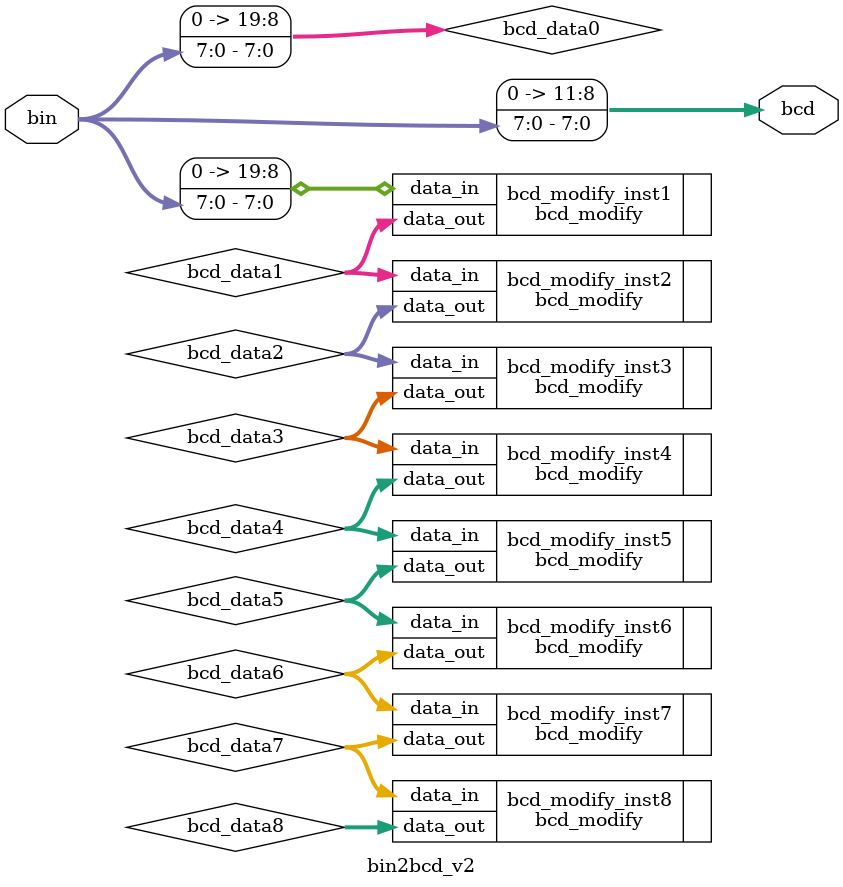
<source format=v>
module bin2bcd_v2 (
    input [7:0] bin,
    output [11:0] bcd
);
    wire [19:0] bcd_data0;
    // 20 bits: 12 bits of bcd followed by the 8-bit input
    assign bcd_data0 = {12'h0, bin};
    wire [19:0] bcd_data1, bcd_data2, bcd_data3, bcd_data4;
    wire [19:0] bcd_data5, bcd_data6, bcd_data7, bcd_data8;

    bcd_modify bcd_modify_inst1 (
        .data_in (bcd_data0),
        .data_out (bcd_data1)
    );

    bcd_modify bcd_modify_inst2 (
        .data_in (bcd_data1),
        .data_out (bcd_data2)
    );

    bcd_modify bcd_modify_inst3 (
        .data_in (bcd_data2),
        .data_out (bcd_data3)
    );

    bcd_modify bcd_modify_inst4 (
        .data_in (bcd_data3),
        .data_out (bcd_data4)
    );

    bcd_modify bcd_modify_inst5 (
        .data_in (bcd_data4),
        .data_out (bcd_data5)
    );

    bcd_modify bcd_modify_inst6 (
        .data_in (bcd_data5),
        .data_out (bcd_data6)
    );

    bcd_modify bcd_modify_inst7 (
        .data_in (bcd_data6),
        .data_out (bcd_data7)
    );

    bcd_modify bcd_modify_inst8 (
        .data_in (bcd_data7),
        .data_out (bcd_data8)
    );

    assign bcd = bcd_data0[19:0];
endmodule
</source>
